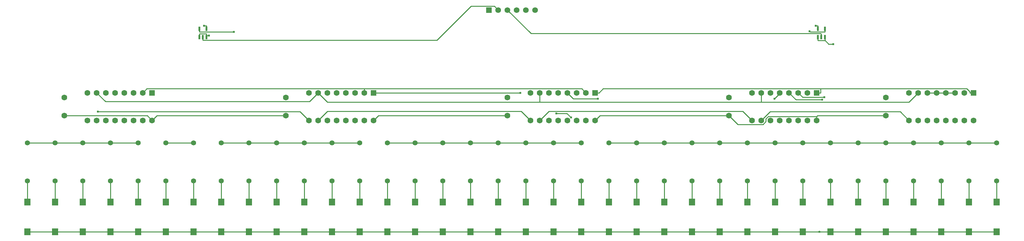
<source format=gtl>
G04 Layer: TopLayer*
G04 EasyEDA v6.5.43, 2024-07-17 01:33:45*
G04 cb6e2e9fbd21486d88ae5690d2d3dc00,10*
G04 Gerber Generator version 0.2*
G04 Scale: 100 percent, Rotated: No, Reflected: No *
G04 Dimensions in inches *
G04 leading zeros omitted , absolute positions ,3 integer and 6 decimal *
%FSLAX36Y36*%
%MOIN*%

%ADD10C,0.0100*%
%ADD11R,0.0669X0.0748*%
%ADD12R,0.0193X0.0456*%
%ADD13R,0.0193X0.0463*%
%ADD14C,0.0630*%
%ADD15C,0.0551*%
%ADD16R,0.0630X0.0630*%
%ADD17C,0.0620*%
%ADD18R,0.0620X0.0620*%
%ADD19C,0.0240*%
%ADD20C,0.0113*%

%LPD*%
D10*
X600000Y1401579D02*
G01*
X1498419Y1401579D01*
X1550000Y1350000D01*
X3000000Y1401579D02*
G01*
X1601580Y1401579D01*
X1550000Y1350000D01*
X8750000Y1393049D02*
G01*
X8750000Y1350000D01*
X9500000Y1401579D02*
G01*
X8758530Y1401579D01*
X8750000Y1393049D01*
X8750000Y1393049D02*
G01*
X8225590Y1393049D01*
X8200000Y1367460D01*
X8200000Y1337429D01*
X8168350Y1305779D01*
X7895799Y1305779D01*
X7800000Y1401579D01*
X8762600Y2379560D02*
G01*
X8738059Y2379560D01*
X8762600Y2345419D02*
G01*
X8762600Y2379560D01*
X2062600Y2345419D02*
G01*
X2062600Y2311280D01*
X2062600Y2311280D02*
G01*
X2062669Y2311210D01*
X2435060Y2311210D01*
X5400000Y1401579D02*
G01*
X4001580Y1401579D01*
X3950000Y1350000D01*
X7800000Y1401579D02*
G01*
X6401580Y1401579D01*
X6350000Y1350000D01*
X8779440Y138580D02*
G01*
X8900000Y138580D01*
X8600000Y138580D02*
G01*
X8779440Y138580D01*
X500000Y138580D02*
G01*
X200000Y138580D01*
X800000Y138580D02*
G01*
X500000Y138580D01*
X1100000Y138580D02*
G01*
X800000Y138580D01*
X1400000Y138580D02*
G01*
X1100000Y138580D01*
X1700000Y138580D02*
G01*
X1400000Y138580D01*
X2000000Y138580D02*
G01*
X1700000Y138580D01*
X2300000Y138580D02*
G01*
X2000000Y138580D01*
X2600000Y138580D02*
G01*
X2300000Y138580D01*
X2900000Y138580D02*
G01*
X2600000Y138580D01*
X3200000Y138580D02*
G01*
X2900000Y138580D01*
X3500000Y138580D02*
G01*
X3200000Y138580D01*
X3800000Y138580D02*
G01*
X3500000Y138580D01*
X4100000Y138580D02*
G01*
X3800000Y138580D01*
X4400000Y138580D02*
G01*
X4100000Y138580D01*
X4700000Y138580D02*
G01*
X4400000Y138580D01*
X5000000Y138580D02*
G01*
X4700000Y138580D01*
X5300000Y138580D02*
G01*
X5000000Y138580D01*
X5600000Y138580D02*
G01*
X5300000Y138580D01*
X5900000Y138580D02*
G01*
X5600000Y138580D01*
X6200000Y138580D02*
G01*
X5900000Y138580D01*
X6500000Y138580D02*
G01*
X6200000Y138580D01*
X6800000Y138580D02*
G01*
X6500000Y138580D01*
X7100000Y138580D02*
G01*
X6800000Y138580D01*
X7400000Y138580D02*
G01*
X7100000Y138580D01*
X7700000Y138580D02*
G01*
X7400000Y138580D01*
X8000000Y138580D02*
G01*
X7700000Y138580D01*
X8300000Y138580D02*
G01*
X8000000Y138580D01*
X8600000Y138580D02*
G01*
X8300000Y138580D01*
X9200000Y138580D02*
G01*
X8900000Y138580D01*
X9500000Y138580D02*
G01*
X9200000Y138580D01*
X9800000Y138580D02*
G01*
X9500000Y138580D01*
X10100000Y138580D02*
G01*
X9800000Y138580D01*
X10400000Y138580D02*
G01*
X10100000Y138580D01*
X10700000Y138580D02*
G01*
X10400000Y138580D01*
X3850000Y1693939D02*
G01*
X6206059Y1693939D01*
X6250000Y1650000D01*
X1450000Y1650000D02*
G01*
X1493940Y1693939D01*
X3850000Y1693939D01*
X3850000Y1650000D02*
G01*
X3850000Y1693939D01*
X8837399Y2345419D02*
G01*
X8837399Y2311280D01*
X8837399Y2311280D02*
G01*
X8837330Y2311210D01*
X8681599Y2311210D01*
X8673469Y2319340D01*
X2166890Y2271669D02*
G01*
X2137399Y2271669D01*
X2137399Y2271669D02*
G01*
X2137399Y2288370D01*
X2137399Y2254580D02*
G01*
X2137399Y2271669D01*
X8930000Y2178000D02*
G01*
X8880190Y2178000D01*
X8837399Y2220790D01*
X500000Y1106689D02*
G01*
X200000Y1106689D01*
X800000Y1106689D02*
G01*
X500000Y1106689D01*
X1100000Y1106689D02*
G01*
X800000Y1106689D01*
X1400000Y1106689D02*
G01*
X1100000Y1106689D01*
X2000000Y1106689D02*
G01*
X1700000Y1106689D01*
X2600000Y1106689D02*
G01*
X2300000Y1106689D01*
X2900000Y1106689D02*
G01*
X2600000Y1106689D01*
X3200000Y1106689D02*
G01*
X2900000Y1106689D01*
X3500000Y1106689D02*
G01*
X3200000Y1106689D01*
X3800000Y1106689D02*
G01*
X3500000Y1106689D01*
X4400000Y1106689D02*
G01*
X4100000Y1106689D01*
X4700000Y1106689D02*
G01*
X4400000Y1106689D01*
X5000000Y1106689D02*
G01*
X4700000Y1106689D01*
X5300000Y1106689D02*
G01*
X5000000Y1106689D01*
X5600000Y1106689D02*
G01*
X5300000Y1106689D01*
X5900000Y1106689D02*
G01*
X5600000Y1106689D01*
X6200000Y1106689D02*
G01*
X5900000Y1106689D01*
X6800000Y1106689D02*
G01*
X6500000Y1106689D01*
X7100000Y1106689D02*
G01*
X6800000Y1106689D01*
X7400000Y1106689D02*
G01*
X7100000Y1106689D01*
X7700000Y1106689D02*
G01*
X7400000Y1106689D01*
X8000000Y1106689D02*
G01*
X7700000Y1106689D01*
X8300000Y1106689D02*
G01*
X8000000Y1106689D01*
X8600000Y1106689D02*
G01*
X8300000Y1106689D01*
X8900000Y1106689D02*
G01*
X8600000Y1106689D01*
X9200000Y1106689D02*
G01*
X8900000Y1106689D01*
X9500000Y1106689D02*
G01*
X9200000Y1106689D01*
X9800000Y1106689D02*
G01*
X9500000Y1106689D01*
X10100000Y1106689D02*
G01*
X9800000Y1106689D01*
X10400000Y1106689D02*
G01*
X10100000Y1106689D01*
X10700000Y1106689D02*
G01*
X10400000Y1106689D01*
X10050000Y1650000D02*
G01*
X9950000Y1650000D01*
X10150000Y1650000D02*
G01*
X10050000Y1650000D01*
X10250000Y1650000D02*
G01*
X10150000Y1650000D01*
X8837399Y2220790D02*
G01*
X8836639Y2220030D01*
X8763360Y2220030D01*
X8762600Y2220790D01*
X8762600Y2254580D02*
G01*
X8762600Y2220790D01*
X8837399Y2254580D02*
G01*
X8837399Y2220790D01*
X2062600Y2271480D02*
G01*
X2062600Y2254580D01*
X2062600Y2271480D02*
G01*
X2062600Y2288370D01*
X2137399Y2288370D02*
G01*
X2134309Y2291460D01*
X2065690Y2291460D01*
X2062600Y2288370D01*
X5539639Y1650000D02*
G01*
X3950000Y1650000D01*
X2137399Y2379560D02*
G01*
X2112520Y2379560D01*
X2137399Y2345419D02*
G01*
X2137399Y2379560D01*
X8792510Y1693899D02*
G01*
X6436409Y1693899D01*
X6392510Y1650000D01*
X10407500Y1650000D02*
G01*
X10407500Y1660619D01*
X10374200Y1693899D01*
X8792510Y1693899D01*
X8792510Y1693899D02*
G01*
X8792510Y1650000D01*
X6350000Y1650000D02*
G01*
X6392510Y1650000D01*
X8750000Y1650000D02*
G01*
X8792510Y1650000D01*
X10450000Y1650000D02*
G01*
X10407500Y1650000D01*
X8050000Y1350000D02*
G01*
X7949930Y1450070D01*
X5850069Y1450070D01*
X5750000Y1350000D01*
X1700000Y461419D02*
G01*
X1700000Y693310D01*
X4100000Y461419D02*
G01*
X4100000Y693310D01*
X8350000Y1650000D02*
G01*
X8350000Y1642420D01*
X8292690Y1585109D01*
X8900000Y461419D02*
G01*
X8900000Y693310D01*
X8550000Y1650000D02*
G01*
X8599489Y1600509D01*
X8833789Y1600509D01*
X9500000Y461419D02*
G01*
X9500000Y693310D01*
X8450000Y1650000D02*
G01*
X8524620Y1575380D01*
X8809690Y1575380D01*
X9200000Y461419D02*
G01*
X9200000Y693310D01*
X8600000Y461419D02*
G01*
X8600000Y693310D01*
X8300000Y461419D02*
G01*
X8300000Y693310D01*
X8000000Y461419D02*
G01*
X8000000Y693310D01*
X7700000Y461419D02*
G01*
X7700000Y693310D01*
X7400000Y461419D02*
G01*
X7400000Y693310D01*
X6500000Y461419D02*
G01*
X6500000Y693310D01*
X5930000Y1426999D02*
G01*
X6043950Y1426999D01*
X6088829Y1382120D01*
X6200000Y461419D02*
G01*
X6200000Y693310D01*
X5900000Y461419D02*
G01*
X5900000Y693310D01*
X5600000Y461419D02*
G01*
X5600000Y693310D01*
X5300000Y461419D02*
G01*
X5300000Y693310D01*
X5000000Y461419D02*
G01*
X5000000Y693310D01*
X4700000Y461419D02*
G01*
X4700000Y693310D01*
X3800000Y461419D02*
G01*
X3800000Y693310D01*
X3500000Y461419D02*
G01*
X3500000Y693310D01*
X3200000Y461419D02*
G01*
X3200000Y693310D01*
X2900000Y461419D02*
G01*
X2900000Y693310D01*
X2600000Y461419D02*
G01*
X2600000Y693310D01*
X2000000Y461419D02*
G01*
X2000000Y693310D01*
X1100000Y461419D02*
G01*
X1100000Y693310D01*
X800000Y461419D02*
G01*
X800000Y693310D01*
X500000Y461419D02*
G01*
X500000Y693310D01*
X200000Y693310D02*
G01*
X200000Y461419D01*
X9800000Y461419D02*
G01*
X9800000Y693310D01*
X10100000Y461419D02*
G01*
X10100000Y693310D01*
X10400000Y461419D02*
G01*
X10400000Y693310D01*
X10700000Y461419D02*
G01*
X10700000Y693310D01*
X1400000Y461419D02*
G01*
X1400000Y693310D01*
X2300000Y461419D02*
G01*
X2300000Y693310D01*
X4400000Y461419D02*
G01*
X4400000Y693310D01*
X6050000Y1650000D02*
G01*
X6113130Y1586869D01*
X6377900Y1586869D01*
X6800000Y461419D02*
G01*
X6800000Y693310D01*
X7100000Y461419D02*
G01*
X7100000Y693310D01*
X950000Y1650000D02*
G01*
X1044149Y1555850D01*
X3255850Y1555850D01*
X3350000Y1650000D01*
X3350000Y1650000D02*
G01*
X3449759Y1550239D01*
X5750000Y1550239D01*
X5750000Y1550239D02*
G01*
X8150000Y1550239D01*
X5750000Y1650000D02*
G01*
X5750000Y1550239D01*
X8150000Y1550239D02*
G01*
X9750240Y1550239D01*
X9850000Y1650000D01*
X8150000Y1650000D02*
G01*
X8150000Y1550239D01*
X2100000Y2254580D02*
G01*
X2100000Y2220790D01*
X2100000Y2220790D02*
G01*
X2100069Y2220720D01*
X4635400Y2220720D01*
X5006760Y2592080D01*
X5257920Y2592080D01*
X5300000Y2550000D01*
X5650000Y1350000D02*
G01*
X5550240Y1449760D01*
X3449759Y1449760D01*
X3350000Y1350000D01*
X3250000Y1350000D02*
G01*
X3153580Y1446419D01*
X961920Y1446419D01*
X9750000Y1350000D02*
G01*
X9655339Y1444659D01*
X8244660Y1444659D01*
X8150000Y1350000D01*
X8800000Y2254580D02*
G01*
X8800000Y2288370D01*
X5400000Y2550000D02*
G01*
X5655460Y2294540D01*
X8793829Y2294540D01*
X8800000Y2288370D01*
D11*
G01*
X200000Y138580D03*
G01*
X200000Y461419D03*
G01*
X500000Y138580D03*
G01*
X500000Y461419D03*
G01*
X800000Y138580D03*
G01*
X800000Y461419D03*
G01*
X1100000Y138580D03*
G01*
X1100000Y461419D03*
G01*
X1400000Y138580D03*
G01*
X1400000Y461419D03*
G01*
X1700000Y138580D03*
G01*
X1700000Y461419D03*
G01*
X2000000Y138580D03*
G01*
X2000000Y461419D03*
G01*
X2300000Y138580D03*
G01*
X2300000Y461419D03*
G01*
X2600000Y138580D03*
G01*
X2600000Y461419D03*
G01*
X2900000Y138580D03*
G01*
X2900000Y461419D03*
G01*
X3200000Y138580D03*
G01*
X3200000Y461419D03*
G01*
X3500000Y138580D03*
G01*
X3500000Y461419D03*
G01*
X3800000Y138580D03*
G01*
X3800000Y461419D03*
G01*
X4100000Y138580D03*
G01*
X4100000Y461419D03*
G01*
X4400000Y138580D03*
G01*
X4400000Y461419D03*
G01*
X4700000Y138580D03*
G01*
X4700000Y461419D03*
G01*
X5000000Y138580D03*
G01*
X5000000Y461419D03*
G01*
X5300000Y138580D03*
G01*
X5300000Y461419D03*
G01*
X5600000Y138580D03*
G01*
X5600000Y461419D03*
G01*
X5900000Y138580D03*
G01*
X5900000Y461419D03*
G01*
X6200000Y138580D03*
G01*
X6200000Y461419D03*
G01*
X6500000Y138580D03*
G01*
X6500000Y461419D03*
G01*
X6800000Y138580D03*
G01*
X6800000Y461419D03*
G01*
X7100000Y138580D03*
G01*
X7100000Y461419D03*
G01*
X7400000Y138580D03*
G01*
X7400000Y461419D03*
G01*
X7700000Y138580D03*
G01*
X7700000Y461419D03*
G01*
X8000000Y138580D03*
G01*
X8000000Y461419D03*
G01*
X8300000Y138580D03*
G01*
X8300000Y461419D03*
G01*
X8600000Y138580D03*
G01*
X8600000Y461419D03*
G01*
X8900000Y138580D03*
G01*
X8900000Y461419D03*
G01*
X9200000Y138580D03*
G01*
X9200000Y461419D03*
G01*
X9500000Y138580D03*
G01*
X9500000Y461419D03*
G01*
X9800000Y138580D03*
G01*
X9800000Y461419D03*
G01*
X10100000Y138580D03*
G01*
X10100000Y461419D03*
G01*
X10400000Y138580D03*
G01*
X10400000Y461419D03*
G01*
X10700000Y138580D03*
G01*
X10700000Y461419D03*
D12*
G01*
X8762600Y2254580D03*
G01*
X8800000Y2254580D03*
G01*
X8837399Y2254580D03*
D13*
G01*
X8837399Y2345419D03*
G01*
X8762600Y2345419D03*
D12*
G01*
X2062600Y2254580D03*
G01*
X2100000Y2254580D03*
G01*
X2137399Y2254580D03*
D13*
G01*
X2137399Y2345419D03*
G01*
X2062600Y2345419D03*
D14*
G01*
X600000Y1401579D03*
G01*
X600000Y1598429D03*
G01*
X3000000Y1401579D03*
G01*
X3000000Y1598429D03*
G01*
X5400000Y1401579D03*
G01*
X5400000Y1598429D03*
G01*
X7800000Y1401579D03*
G01*
X7800000Y1598429D03*
G01*
X9500000Y1401579D03*
G01*
X9500000Y1598429D03*
D15*
G01*
X200000Y693310D03*
G01*
X200000Y1106689D03*
G01*
X500000Y693310D03*
G01*
X500000Y1106689D03*
G01*
X800000Y693310D03*
G01*
X800000Y1106689D03*
G01*
X1100000Y693310D03*
G01*
X1100000Y1106689D03*
G01*
X1400000Y693310D03*
G01*
X1400000Y1106689D03*
G01*
X1700000Y693310D03*
G01*
X1700000Y1106689D03*
G01*
X2000000Y693310D03*
G01*
X2000000Y1106689D03*
G01*
X2300000Y693310D03*
G01*
X2300000Y1106689D03*
G01*
X2600000Y693310D03*
G01*
X2600000Y1106689D03*
G01*
X2900000Y693310D03*
G01*
X2900000Y1106689D03*
G01*
X3200000Y693310D03*
G01*
X3200000Y1106689D03*
G01*
X3500000Y693310D03*
G01*
X3500000Y1106689D03*
G01*
X3800000Y693310D03*
G01*
X3800000Y1106689D03*
G01*
X4100000Y693310D03*
G01*
X4100000Y1106689D03*
G01*
X4400000Y693310D03*
G01*
X4400000Y1106689D03*
G01*
X4700000Y693310D03*
G01*
X4700000Y1106689D03*
G01*
X5000000Y693310D03*
G01*
X5000000Y1106689D03*
G01*
X5300000Y693310D03*
G01*
X5300000Y1106689D03*
G01*
X5600000Y693310D03*
G01*
X5600000Y1106689D03*
G01*
X5900000Y693310D03*
G01*
X5900000Y1106689D03*
G01*
X6200000Y693310D03*
G01*
X6200000Y1106689D03*
G01*
X6500000Y693310D03*
G01*
X6500000Y1106689D03*
G01*
X6800000Y693310D03*
G01*
X6800000Y1106689D03*
G01*
X7100000Y693310D03*
G01*
X7100000Y1106689D03*
G01*
X7400000Y693310D03*
G01*
X7400000Y1106689D03*
G01*
X7700000Y693310D03*
G01*
X7700000Y1106689D03*
G01*
X8000000Y693310D03*
G01*
X8000000Y1106689D03*
G01*
X8300000Y693310D03*
G01*
X8300000Y1106689D03*
G01*
X8600000Y693310D03*
G01*
X8600000Y1106689D03*
G01*
X8900000Y693310D03*
G01*
X8900000Y1106689D03*
G01*
X9200000Y693310D03*
G01*
X9200000Y1106689D03*
G01*
X9500000Y693310D03*
G01*
X9500000Y1106689D03*
G01*
X9800000Y693310D03*
G01*
X9800000Y1106689D03*
G01*
X10100000Y693310D03*
G01*
X10100000Y1106689D03*
G01*
X10400000Y693310D03*
G01*
X10400000Y1106689D03*
G01*
X10700000Y693310D03*
G01*
X10700000Y1106689D03*
D14*
G01*
X1550000Y1350000D03*
G01*
X1450000Y1350000D03*
G01*
X1350000Y1350000D03*
G01*
X1250000Y1350000D03*
G01*
X1150000Y1350000D03*
G01*
X1050000Y1350000D03*
G01*
X950000Y1350000D03*
G01*
X850000Y1350000D03*
G01*
X850000Y1650000D03*
G01*
X950000Y1650000D03*
G01*
X1050000Y1650000D03*
G01*
X1150000Y1650000D03*
G01*
X1250000Y1650000D03*
G01*
X1350000Y1650000D03*
G01*
X1450000Y1650000D03*
D16*
G01*
X1550000Y1650000D03*
D14*
G01*
X3950000Y1350000D03*
G01*
X3850000Y1350000D03*
G01*
X3750000Y1350000D03*
G01*
X3650000Y1350000D03*
G01*
X3550000Y1350000D03*
G01*
X3450000Y1350000D03*
G01*
X3350000Y1350000D03*
G01*
X3250000Y1350000D03*
G01*
X3250000Y1650000D03*
G01*
X3350000Y1650000D03*
G01*
X3450000Y1650000D03*
G01*
X3550000Y1650000D03*
G01*
X3650000Y1650000D03*
G01*
X3750000Y1650000D03*
G01*
X3850000Y1650000D03*
D16*
G01*
X3950000Y1650000D03*
D14*
G01*
X6350000Y1350000D03*
G01*
X6250000Y1350000D03*
G01*
X6150000Y1350000D03*
G01*
X6050000Y1350000D03*
G01*
X5950000Y1350000D03*
G01*
X5850000Y1350000D03*
G01*
X5750000Y1350000D03*
G01*
X5650000Y1350000D03*
G01*
X5650000Y1650000D03*
G01*
X5750000Y1650000D03*
G01*
X5850000Y1650000D03*
G01*
X5950000Y1650000D03*
G01*
X6050000Y1650000D03*
G01*
X6150000Y1650000D03*
G01*
X6250000Y1650000D03*
D16*
G01*
X6350000Y1650000D03*
D14*
G01*
X8750000Y1350000D03*
G01*
X8650000Y1350000D03*
G01*
X8550000Y1350000D03*
G01*
X8450000Y1350000D03*
G01*
X8350000Y1350000D03*
G01*
X8250000Y1350000D03*
G01*
X8150000Y1350000D03*
G01*
X8050000Y1350000D03*
G01*
X8050000Y1650000D03*
G01*
X8150000Y1650000D03*
G01*
X8250000Y1650000D03*
G01*
X8350000Y1650000D03*
G01*
X8450000Y1650000D03*
G01*
X8550000Y1650000D03*
G01*
X8650000Y1650000D03*
D16*
G01*
X8750000Y1650000D03*
D14*
G01*
X10450000Y1350000D03*
G01*
X10350000Y1350000D03*
G01*
X10250000Y1350000D03*
G01*
X10150000Y1350000D03*
G01*
X10050000Y1350000D03*
G01*
X9950000Y1350000D03*
G01*
X9850000Y1350000D03*
G01*
X9750000Y1350000D03*
G01*
X9750000Y1650000D03*
G01*
X9850000Y1650000D03*
G01*
X9950000Y1650000D03*
G01*
X10050000Y1650000D03*
G01*
X10150000Y1650000D03*
G01*
X10250000Y1650000D03*
G01*
X10350000Y1650000D03*
D16*
G01*
X10450000Y1650000D03*
D17*
G01*
X5700000Y2550000D03*
G01*
X5600000Y2550000D03*
G01*
X5500000Y2550000D03*
G01*
X5400000Y2550000D03*
G01*
X5300000Y2550000D03*
D18*
G01*
X5200000Y2550000D03*
D19*
G01*
X8738059Y2379560D03*
G01*
X2435060Y2311210D03*
G01*
X8779440Y138580D03*
G01*
X8673469Y2319340D03*
G01*
X2166890Y2271669D03*
G01*
X8930000Y2178000D03*
G01*
X5539639Y1650000D03*
G01*
X2112520Y2379560D03*
G01*
X8292690Y1585109D03*
G01*
X8833789Y1600509D03*
G01*
X8809690Y1575380D03*
G01*
X6088829Y1382120D03*
G01*
X5930000Y1426999D03*
G01*
X6377900Y1586869D03*
G01*
X961920Y1446419D03*
M02*

</source>
